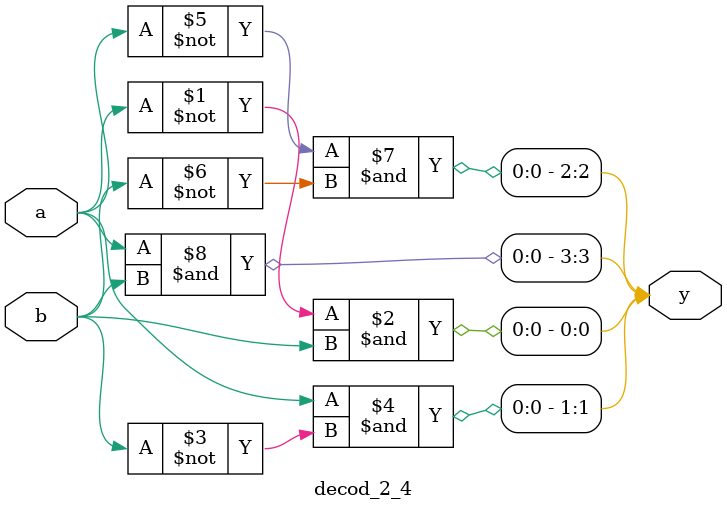
<source format=v>
module decod_2_4(a,b,y);
  input a,b;
  output[3:0]y;
  assign y[0] = (~a)&(b);
  assign y[1] = (a)&(~b);
  assign y[2] = (~a)&(~b);
  assign y[3] = (a)&(b);
endmodule

</source>
